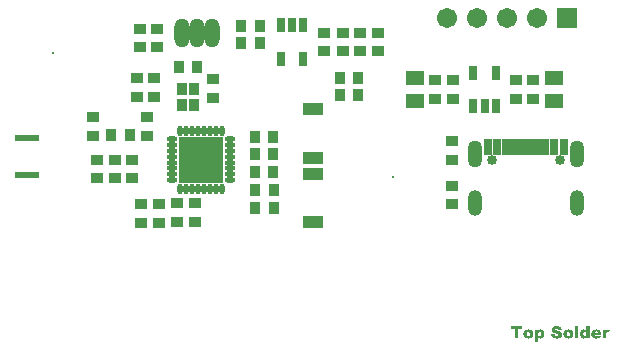
<source format=gbr>
%TF.GenerationSoftware,Altium Limited,Altium Designer,23.11.1 (41)*%
G04 Layer_Color=8388736*
%FSLAX26Y26*%
%MOIN*%
%TF.SameCoordinates,9526E2AF-B100-4743-A6B5-6A4C7E8B4C09*%
%TF.FilePolarity,Negative*%
%TF.FileFunction,Soldermask,Top*%
%TF.Part,Single*%
G01*
G75*
%TA.AperFunction,ComponentPad*%
%ADD39C,0.033591*%
%ADD40O,0.049339X0.090677*%
%ADD41O,0.047370X0.086740*%
%ADD42R,0.067055X0.067055*%
%ADD43C,0.067055*%
%ADD44O,0.051622X0.096976*%
%TA.AperFunction,WasherPad*%
%ADD45C,0.008000*%
%TA.AperFunction,SMDPad,CuDef*%
%ADD53R,0.019811X0.053276*%
%ADD54R,0.031622X0.053276*%
%ADD55R,0.043433X0.035559*%
%ADD56R,0.035559X0.043433*%
%ADD57R,0.031622X0.051307*%
%ADD58R,0.059181X0.047370*%
%ADD59R,0.031622X0.051307*%
%ADD60O,0.037528X0.017843*%
%ADD61O,0.017843X0.037528*%
%ADD62R,0.145795X0.157606*%
%ADD63R,0.070992X0.043433*%
%ADD64R,0.037528X0.041465*%
%ADD65R,0.078866X0.023748*%
%TA.AperFunction,ViaPad*%
%ADD66C,0.035559*%
G36*
X1848714Y-307153D02*
X1849370D01*
X1850091Y-307218D01*
X1850944Y-307350D01*
X1851797Y-307415D01*
X1853699Y-307809D01*
X1855602Y-308334D01*
X1857504Y-308990D01*
X1858357Y-309449D01*
X1859144Y-309974D01*
X1859210D01*
X1859341Y-310105D01*
X1859538Y-310302D01*
X1859800Y-310498D01*
X1860128Y-310826D01*
X1860456Y-311220D01*
X1860850Y-311614D01*
X1861309Y-312138D01*
X1861703Y-312729D01*
X1862096Y-313450D01*
X1862555Y-314172D01*
X1862883Y-314959D01*
X1863277Y-315878D01*
X1863540Y-316862D01*
X1863802Y-317911D01*
X1863999Y-319026D01*
X1852388Y-319682D01*
Y-319551D01*
X1852256Y-319223D01*
X1852125Y-318764D01*
X1851928Y-318174D01*
X1851666Y-317518D01*
X1851338Y-316862D01*
X1850879Y-316271D01*
X1850354Y-315746D01*
X1850288Y-315681D01*
X1850091Y-315550D01*
X1849764Y-315353D01*
X1849304Y-315090D01*
X1848714Y-314894D01*
X1847992Y-314697D01*
X1847205Y-314566D01*
X1846221Y-314500D01*
X1845893D01*
X1845499Y-314566D01*
X1844975Y-314631D01*
X1843925Y-314894D01*
X1843400Y-315090D01*
X1842941Y-315418D01*
X1842876Y-315484D01*
X1842810Y-315550D01*
X1842613Y-315746D01*
X1842416Y-316009D01*
X1842088Y-316730D01*
X1841957Y-317190D01*
X1841891Y-317649D01*
Y-317714D01*
Y-317780D01*
X1842023Y-318239D01*
X1842285Y-318764D01*
X1842482Y-319092D01*
X1842810Y-319354D01*
X1842876Y-319420D01*
X1843007Y-319486D01*
X1843269Y-319617D01*
X1843663Y-319814D01*
X1844188Y-320076D01*
X1844909Y-320338D01*
X1845828Y-320601D01*
X1846943Y-320863D01*
X1847008D01*
X1847271Y-320929D01*
X1847730Y-321060D01*
X1848255Y-321126D01*
X1848911Y-321322D01*
X1849698Y-321519D01*
X1850551Y-321716D01*
X1851469Y-321913D01*
X1853371Y-322503D01*
X1855274Y-323094D01*
X1856192Y-323422D01*
X1857045Y-323750D01*
X1857832Y-324078D01*
X1858554Y-324406D01*
X1858620D01*
X1858685Y-324471D01*
X1858882Y-324602D01*
X1859144Y-324734D01*
X1859735Y-325127D01*
X1860522Y-325586D01*
X1861375Y-326242D01*
X1862227Y-327030D01*
X1863015Y-327882D01*
X1863671Y-328801D01*
X1863736Y-328932D01*
X1863933Y-329260D01*
X1864196Y-329785D01*
X1864524Y-330506D01*
X1864786Y-331425D01*
X1865048Y-332409D01*
X1865245Y-333524D01*
X1865311Y-334705D01*
Y-334770D01*
Y-334902D01*
Y-335098D01*
Y-335361D01*
X1865179Y-336082D01*
X1865048Y-337066D01*
X1864786Y-338116D01*
X1864392Y-339297D01*
X1863868Y-340543D01*
X1863146Y-341790D01*
Y-341855D01*
X1863080Y-341921D01*
X1862752Y-342314D01*
X1862293Y-342905D01*
X1861637Y-343626D01*
X1860784Y-344414D01*
X1859735Y-345201D01*
X1858554Y-345988D01*
X1857176Y-346710D01*
X1857111D01*
X1856979Y-346775D01*
X1856783Y-346841D01*
X1856520Y-346972D01*
X1856127Y-347103D01*
X1855668Y-347234D01*
X1855143Y-347366D01*
X1854552Y-347497D01*
X1853896Y-347694D01*
X1853175Y-347825D01*
X1851535Y-348087D01*
X1849632Y-348284D01*
X1847533Y-348350D01*
X1846549D01*
X1845893Y-348284D01*
X1845040Y-348218D01*
X1844122Y-348153D01*
X1843072Y-348022D01*
X1841957Y-347890D01*
X1839595Y-347431D01*
X1838415Y-347103D01*
X1837234Y-346710D01*
X1836119Y-346250D01*
X1835135Y-345726D01*
X1834151Y-345135D01*
X1833363Y-344479D01*
X1833298Y-344414D01*
X1833167Y-344282D01*
X1832970Y-344086D01*
X1832773Y-343758D01*
X1832445Y-343364D01*
X1832117Y-342905D01*
X1831724Y-342380D01*
X1831330Y-341724D01*
X1830936Y-341068D01*
X1830543Y-340281D01*
X1829821Y-338641D01*
X1829296Y-336673D01*
X1829100Y-335623D01*
X1828968Y-334508D01*
X1840711Y-333721D01*
Y-333852D01*
X1840776Y-334180D01*
X1840908Y-334705D01*
X1841039Y-335361D01*
X1841236Y-336082D01*
X1841498Y-336804D01*
X1841826Y-337460D01*
X1842219Y-338116D01*
X1842285Y-338247D01*
X1842613Y-338510D01*
X1843007Y-338838D01*
X1843663Y-339297D01*
X1844450Y-339756D01*
X1845368Y-340084D01*
X1846484Y-340346D01*
X1847730Y-340478D01*
X1848189D01*
X1848648Y-340412D01*
X1849239Y-340346D01*
X1849895Y-340215D01*
X1850616Y-339953D01*
X1851272Y-339690D01*
X1851863Y-339297D01*
X1851928Y-339231D01*
X1852060Y-339100D01*
X1852322Y-338838D01*
X1852584Y-338444D01*
X1852847Y-338050D01*
X1853109Y-337526D01*
X1853240Y-337001D01*
X1853306Y-336410D01*
Y-336345D01*
Y-336148D01*
X1853240Y-335820D01*
X1853109Y-335492D01*
X1852978Y-335033D01*
X1852716Y-334574D01*
X1852388Y-334114D01*
X1851928Y-333655D01*
X1851863Y-333590D01*
X1851666Y-333458D01*
X1851207Y-333196D01*
X1850616Y-332868D01*
X1849764Y-332540D01*
X1849239Y-332343D01*
X1848648Y-332146D01*
X1847992Y-331950D01*
X1847271Y-331687D01*
X1846484Y-331490D01*
X1845565Y-331294D01*
X1845499D01*
X1845237Y-331228D01*
X1844778Y-331097D01*
X1844253Y-330966D01*
X1843597Y-330769D01*
X1842810Y-330572D01*
X1841957Y-330310D01*
X1841039Y-330047D01*
X1839136Y-329326D01*
X1837234Y-328538D01*
X1836315Y-328079D01*
X1835463Y-327554D01*
X1834676Y-327030D01*
X1833954Y-326505D01*
X1833888Y-326439D01*
X1833823Y-326374D01*
X1833626Y-326177D01*
X1833429Y-325980D01*
X1832839Y-325324D01*
X1832248Y-324406D01*
X1831592Y-323290D01*
X1831002Y-321978D01*
X1830608Y-320470D01*
X1830543Y-319617D01*
X1830477Y-318764D01*
Y-318698D01*
Y-318633D01*
Y-318239D01*
X1830543Y-317649D01*
X1830674Y-316862D01*
X1830936Y-316009D01*
X1831199Y-315025D01*
X1831658Y-314041D01*
X1832248Y-312991D01*
X1832314Y-312860D01*
X1832576Y-312532D01*
X1832970Y-312007D01*
X1833560Y-311417D01*
X1834348Y-310695D01*
X1835266Y-309974D01*
X1836381Y-309318D01*
X1837628Y-308662D01*
X1837693D01*
X1837824Y-308596D01*
X1838021Y-308530D01*
X1838284Y-308399D01*
X1838677Y-308268D01*
X1839071Y-308137D01*
X1839595Y-308006D01*
X1840186Y-307874D01*
X1840908Y-307743D01*
X1841629Y-307612D01*
X1842416Y-307481D01*
X1843335Y-307350D01*
X1844253Y-307218D01*
X1845237Y-307153D01*
X1847467Y-307087D01*
X1848189D01*
X1848714Y-307153D01*
D02*
G37*
G36*
X1957085Y-347694D02*
X1946655D01*
Y-343430D01*
X1946589Y-343561D01*
X1946261Y-343889D01*
X1945868Y-344348D01*
X1945343Y-344938D01*
X1944752Y-345529D01*
X1944031Y-346119D01*
X1943375Y-346710D01*
X1942653Y-347103D01*
X1942522Y-347169D01*
X1942259Y-347300D01*
X1941735Y-347497D01*
X1941079Y-347694D01*
X1940292Y-347956D01*
X1939439Y-348153D01*
X1938389Y-348284D01*
X1937340Y-348350D01*
X1936749D01*
X1936355Y-348284D01*
X1935896Y-348218D01*
X1935306Y-348087D01*
X1933994Y-347759D01*
X1932551Y-347234D01*
X1931764Y-346906D01*
X1931042Y-346447D01*
X1930320Y-345922D01*
X1929599Y-345332D01*
X1928877Y-344676D01*
X1928287Y-343889D01*
Y-343823D01*
X1928156Y-343692D01*
X1928024Y-343430D01*
X1927828Y-343102D01*
X1927565Y-342642D01*
X1927303Y-342118D01*
X1927040Y-341527D01*
X1926778Y-340806D01*
X1926450Y-340084D01*
X1926188Y-339231D01*
X1925925Y-338313D01*
X1925663Y-337329D01*
X1925335Y-335230D01*
X1925269Y-334114D01*
X1925204Y-332934D01*
Y-332868D01*
Y-332606D01*
Y-332278D01*
X1925269Y-331753D01*
X1925335Y-331162D01*
X1925400Y-330441D01*
X1925466Y-329719D01*
X1925663Y-328866D01*
X1926056Y-327095D01*
X1926647Y-325324D01*
X1927040Y-324406D01*
X1927499Y-323553D01*
X1928024Y-322700D01*
X1928615Y-321978D01*
X1928680Y-321913D01*
X1928746Y-321782D01*
X1928943Y-321650D01*
X1929271Y-321388D01*
X1929599Y-321060D01*
X1929992Y-320732D01*
X1930451Y-320404D01*
X1931042Y-320010D01*
X1932288Y-319354D01*
X1933797Y-318698D01*
X1934650Y-318436D01*
X1935503Y-318305D01*
X1936421Y-318174D01*
X1937405Y-318108D01*
X1937864D01*
X1938323Y-318174D01*
X1938979Y-318239D01*
X1939701Y-318305D01*
X1940423Y-318502D01*
X1941275Y-318698D01*
X1942063Y-319026D01*
X1942128Y-319092D01*
X1942456Y-319158D01*
X1942850Y-319420D01*
X1943375Y-319682D01*
X1943965Y-320010D01*
X1944555Y-320470D01*
X1945211Y-320994D01*
X1945868Y-321650D01*
Y-307743D01*
X1957085D01*
Y-347694D01*
D02*
G37*
G36*
X1795250Y-318174D02*
X1795709Y-318239D01*
X1796300Y-318370D01*
X1797611Y-318633D01*
X1799055Y-319223D01*
X1799776Y-319551D01*
X1800498Y-320010D01*
X1801285Y-320470D01*
X1801941Y-321126D01*
X1802663Y-321782D01*
X1803253Y-322569D01*
X1803319Y-322634D01*
X1803384Y-322766D01*
X1803581Y-323028D01*
X1803778Y-323356D01*
X1803975Y-323815D01*
X1804303Y-324340D01*
X1804565Y-324930D01*
X1804893Y-325586D01*
X1805156Y-326374D01*
X1805484Y-327226D01*
X1805746Y-328145D01*
X1805943Y-329129D01*
X1806336Y-331228D01*
X1806402Y-332409D01*
X1806467Y-333590D01*
Y-333655D01*
Y-333918D01*
Y-334311D01*
X1806402Y-334770D01*
X1806336Y-335361D01*
X1806271Y-336082D01*
X1806205Y-336870D01*
X1806008Y-337657D01*
X1805615Y-339428D01*
X1805024Y-341265D01*
X1804631Y-342183D01*
X1804171Y-343036D01*
X1803581Y-343889D01*
X1802991Y-344610D01*
X1802925Y-344676D01*
X1802860Y-344742D01*
X1802663Y-344938D01*
X1802335Y-345201D01*
X1802007Y-345463D01*
X1801613Y-345791D01*
X1801154Y-346119D01*
X1800563Y-346447D01*
X1799317Y-347169D01*
X1797808Y-347759D01*
X1796956Y-348022D01*
X1796103Y-348218D01*
X1795184Y-348284D01*
X1794200Y-348350D01*
X1793741D01*
X1793282Y-348284D01*
X1792691Y-348218D01*
X1791970Y-348153D01*
X1791183Y-347956D01*
X1790330Y-347759D01*
X1789543Y-347497D01*
X1789477Y-347431D01*
X1789215Y-347366D01*
X1788821Y-347103D01*
X1788296Y-346841D01*
X1787706Y-346513D01*
X1787050Y-346054D01*
X1786459Y-345529D01*
X1785803Y-344938D01*
Y-358714D01*
X1774586D01*
Y-318764D01*
X1784951D01*
Y-323094D01*
X1785082Y-322962D01*
X1785344Y-322634D01*
X1785738Y-322175D01*
X1786263Y-321650D01*
X1786853Y-320994D01*
X1787509Y-320404D01*
X1788231Y-319879D01*
X1788887Y-319420D01*
X1789018Y-319354D01*
X1789346Y-319223D01*
X1789805Y-319026D01*
X1790461Y-318764D01*
X1791248Y-318502D01*
X1792167Y-318305D01*
X1793216Y-318174D01*
X1794266Y-318108D01*
X1794856D01*
X1795250Y-318174D01*
D02*
G37*
G36*
X2019536D02*
X2020192Y-318305D01*
X2020979Y-318502D01*
X2021898Y-318764D01*
X2022947Y-319158D01*
X2023997Y-319682D01*
X2020520Y-327554D01*
X2020455Y-327489D01*
X2020192Y-327423D01*
X2019864Y-327292D01*
X2019405Y-327095D01*
X2018421Y-326833D01*
X2017896Y-326767D01*
X2017437Y-326702D01*
X2017109D01*
X2016716Y-326767D01*
X2016191Y-326898D01*
X2015666Y-327161D01*
X2015141Y-327489D01*
X2014551Y-327948D01*
X2014091Y-328538D01*
X2014026Y-328670D01*
X2013960Y-328801D01*
X2013829Y-329063D01*
X2013698Y-329326D01*
X2013567Y-329719D01*
X2013370Y-330178D01*
X2013239Y-330703D01*
X2013108Y-331294D01*
X2012911Y-332015D01*
X2012780Y-332737D01*
X2012648Y-333655D01*
X2012517Y-334574D01*
X2012451Y-335623D01*
X2012386Y-336804D01*
Y-338050D01*
Y-347694D01*
X2001234D01*
Y-318764D01*
X2011599D01*
Y-323487D01*
X2011664Y-323422D01*
X2011861Y-323028D01*
X2012189Y-322503D01*
X2012583Y-321847D01*
X2013042Y-321126D01*
X2013567Y-320470D01*
X2014091Y-319814D01*
X2014682Y-319289D01*
X2014747Y-319223D01*
X2014944Y-319092D01*
X2015338Y-318895D01*
X2015797Y-318698D01*
X2016322Y-318502D01*
X2016978Y-318305D01*
X2017765Y-318174D01*
X2018618Y-318108D01*
X2019077D01*
X2019536Y-318174D01*
D02*
G37*
G36*
X1919562Y-347694D02*
X1908410D01*
Y-307743D01*
X1919562D01*
Y-347694D01*
D02*
G37*
G36*
X1732405Y-317583D02*
X1719810D01*
Y-347694D01*
X1707477D01*
Y-317583D01*
X1694882D01*
Y-307743D01*
X1732405D01*
Y-317583D01*
D02*
G37*
G36*
X1980373Y-318174D02*
X1980964D01*
X1981620Y-318239D01*
X1982341Y-318370D01*
X1983916Y-318567D01*
X1985555Y-318895D01*
X1987130Y-319354D01*
X1988573Y-320010D01*
X1988639D01*
X1988704Y-320076D01*
X1988901Y-320207D01*
X1989164Y-320338D01*
X1989820Y-320798D01*
X1990607Y-321388D01*
X1991525Y-322175D01*
X1992444Y-323159D01*
X1993296Y-324274D01*
X1994083Y-325521D01*
Y-325586D01*
X1994149Y-325652D01*
X1994280Y-325914D01*
X1994411Y-326177D01*
X1994543Y-326505D01*
X1994674Y-326964D01*
X1994871Y-327423D01*
X1995068Y-328014D01*
X1995199Y-328604D01*
X1995396Y-329326D01*
X1995724Y-330900D01*
X1995920Y-332737D01*
X1995986Y-334770D01*
Y-336017D01*
X1973747D01*
Y-336148D01*
X1973813Y-336476D01*
X1973879Y-336935D01*
X1974010Y-337526D01*
X1974207Y-338182D01*
X1974469Y-338838D01*
X1974732Y-339494D01*
X1975125Y-340018D01*
X1975191Y-340084D01*
X1975453Y-340281D01*
X1975781Y-340609D01*
X1976240Y-340937D01*
X1976896Y-341265D01*
X1977618Y-341593D01*
X1978405Y-341790D01*
X1979323Y-341855D01*
X1979586D01*
X1979914Y-341790D01*
X1980307Y-341724D01*
X1980767Y-341658D01*
X1981292Y-341527D01*
X1981882Y-341330D01*
X1982407Y-341068D01*
X1982472D01*
X1982538Y-340937D01*
X1982735Y-340806D01*
X1982997Y-340609D01*
X1983325Y-340412D01*
X1983653Y-340084D01*
X1983981Y-339690D01*
X1984375Y-339231D01*
X1995330Y-340215D01*
Y-340281D01*
X1995199Y-340412D01*
X1995068Y-340609D01*
X1994871Y-340937D01*
X1994346Y-341724D01*
X1993624Y-342642D01*
X1992706Y-343692D01*
X1991656Y-344742D01*
X1990541Y-345726D01*
X1989229Y-346513D01*
X1989164D01*
X1989098Y-346578D01*
X1988835Y-346710D01*
X1988573Y-346775D01*
X1988179Y-346906D01*
X1987786Y-347103D01*
X1987261Y-347234D01*
X1986671Y-347431D01*
X1985949Y-347628D01*
X1985227Y-347759D01*
X1984375Y-347890D01*
X1983456Y-348087D01*
X1982472Y-348153D01*
X1981423Y-348284D01*
X1980307Y-348350D01*
X1978208D01*
X1977684Y-348284D01*
X1977159D01*
X1975847Y-348153D01*
X1974403Y-347956D01*
X1972895Y-347694D01*
X1971386Y-347300D01*
X1970074Y-346775D01*
X1970008D01*
X1969943Y-346710D01*
X1969549Y-346447D01*
X1968893Y-346054D01*
X1968171Y-345529D01*
X1967319Y-344807D01*
X1966400Y-343954D01*
X1965482Y-342905D01*
X1964629Y-341658D01*
Y-341593D01*
X1964563Y-341527D01*
X1964432Y-341330D01*
X1964301Y-341002D01*
X1964104Y-340674D01*
X1963973Y-340281D01*
X1963580Y-339297D01*
X1963120Y-338050D01*
X1962792Y-336673D01*
X1962530Y-335033D01*
X1962464Y-333327D01*
Y-333262D01*
Y-332999D01*
Y-332671D01*
X1962530Y-332212D01*
X1962595Y-331622D01*
X1962727Y-330966D01*
X1962858Y-330178D01*
X1962989Y-329391D01*
X1963514Y-327620D01*
X1963842Y-326702D01*
X1964301Y-325783D01*
X1964760Y-324865D01*
X1965351Y-324012D01*
X1966007Y-323094D01*
X1966794Y-322306D01*
X1966860Y-322241D01*
X1966991Y-322110D01*
X1967253Y-321913D01*
X1967581Y-321650D01*
X1968040Y-321322D01*
X1968565Y-320994D01*
X1969221Y-320601D01*
X1969943Y-320207D01*
X1970730Y-319814D01*
X1971648Y-319420D01*
X1972632Y-319092D01*
X1973682Y-318764D01*
X1974863Y-318502D01*
X1976109Y-318305D01*
X1977421Y-318174D01*
X1978799Y-318108D01*
X1979848D01*
X1980373Y-318174D01*
D02*
G37*
G36*
X1887352D02*
X1888074Y-318239D01*
X1888927Y-318370D01*
X1889845Y-318502D01*
X1890829Y-318764D01*
X1891879Y-319026D01*
X1892994Y-319354D01*
X1894043Y-319748D01*
X1895159Y-320207D01*
X1896208Y-320798D01*
X1897258Y-321519D01*
X1898242Y-322241D01*
X1899095Y-323159D01*
X1899160Y-323225D01*
X1899226Y-323356D01*
X1899423Y-323553D01*
X1899685Y-323881D01*
X1899947Y-324274D01*
X1900210Y-324734D01*
X1900538Y-325324D01*
X1900931Y-325914D01*
X1901259Y-326636D01*
X1901588Y-327423D01*
X1902112Y-329129D01*
X1902572Y-331031D01*
X1902637Y-332081D01*
X1902703Y-333196D01*
Y-333262D01*
Y-333458D01*
Y-333852D01*
X1902637Y-334311D01*
X1902572Y-334836D01*
X1902440Y-335492D01*
X1902309Y-336214D01*
X1902178Y-337066D01*
X1901588Y-338772D01*
X1901259Y-339690D01*
X1900800Y-340609D01*
X1900341Y-341527D01*
X1899685Y-342380D01*
X1899029Y-343233D01*
X1898242Y-344086D01*
X1898176Y-344151D01*
X1898045Y-344282D01*
X1897783Y-344479D01*
X1897455Y-344742D01*
X1896995Y-345070D01*
X1896405Y-345463D01*
X1895749Y-345791D01*
X1895027Y-346185D01*
X1894240Y-346644D01*
X1893256Y-346972D01*
X1892272Y-347366D01*
X1891157Y-347694D01*
X1889976Y-347956D01*
X1888730Y-348153D01*
X1887418Y-348284D01*
X1885975Y-348350D01*
X1885319D01*
X1884794Y-348284D01*
X1884204Y-348218D01*
X1883547Y-348153D01*
X1882760Y-348087D01*
X1881908Y-347890D01*
X1880136Y-347497D01*
X1878234Y-346906D01*
X1877315Y-346513D01*
X1876332Y-345988D01*
X1875479Y-345463D01*
X1874626Y-344873D01*
X1874560Y-344807D01*
X1874429Y-344676D01*
X1874167Y-344414D01*
X1873839Y-344086D01*
X1873380Y-343626D01*
X1872986Y-343102D01*
X1872461Y-342511D01*
X1872002Y-341790D01*
X1871543Y-341002D01*
X1871018Y-340150D01*
X1870624Y-339166D01*
X1870231Y-338116D01*
X1869837Y-337066D01*
X1869575Y-335886D01*
X1869444Y-334639D01*
X1869378Y-333327D01*
Y-333262D01*
Y-333065D01*
Y-332671D01*
X1869444Y-332212D01*
X1869509Y-331687D01*
X1869640Y-331031D01*
X1869772Y-330244D01*
X1869968Y-329457D01*
X1870493Y-327751D01*
X1870821Y-326833D01*
X1871280Y-325914D01*
X1871805Y-324996D01*
X1872396Y-324143D01*
X1873052Y-323290D01*
X1873839Y-322438D01*
X1873904Y-322372D01*
X1874035Y-322241D01*
X1874298Y-322044D01*
X1874626Y-321782D01*
X1875085Y-321454D01*
X1875676Y-321060D01*
X1876266Y-320666D01*
X1877053Y-320273D01*
X1877840Y-319879D01*
X1878759Y-319486D01*
X1879743Y-319092D01*
X1880792Y-318764D01*
X1881973Y-318502D01*
X1883219Y-318305D01*
X1884532Y-318174D01*
X1885909Y-318108D01*
X1886762D01*
X1887352Y-318174D01*
D02*
G37*
G36*
X1753856D02*
X1754578Y-318239D01*
X1755431Y-318370D01*
X1756349Y-318502D01*
X1757333Y-318764D01*
X1758383Y-319026D01*
X1759498Y-319354D01*
X1760547Y-319748D01*
X1761663Y-320207D01*
X1762712Y-320798D01*
X1763762Y-321519D01*
X1764746Y-322241D01*
X1765599Y-323159D01*
X1765664Y-323225D01*
X1765730Y-323356D01*
X1765927Y-323553D01*
X1766189Y-323881D01*
X1766451Y-324274D01*
X1766714Y-324734D01*
X1767042Y-325324D01*
X1767436Y-325914D01*
X1767764Y-326636D01*
X1768091Y-327423D01*
X1768616Y-329129D01*
X1769075Y-331031D01*
X1769141Y-332081D01*
X1769207Y-333196D01*
Y-333262D01*
Y-333458D01*
Y-333852D01*
X1769141Y-334311D01*
X1769075Y-334836D01*
X1768944Y-335492D01*
X1768813Y-336214D01*
X1768682Y-337066D01*
X1768091Y-338772D01*
X1767764Y-339690D01*
X1767304Y-340609D01*
X1766845Y-341527D01*
X1766189Y-342380D01*
X1765533Y-343233D01*
X1764746Y-344086D01*
X1764680Y-344151D01*
X1764549Y-344282D01*
X1764287Y-344479D01*
X1763959Y-344742D01*
X1763499Y-345070D01*
X1762909Y-345463D01*
X1762253Y-345791D01*
X1761532Y-346185D01*
X1760744Y-346644D01*
X1759760Y-346972D01*
X1758776Y-347366D01*
X1757661Y-347694D01*
X1756480Y-347956D01*
X1755234Y-348153D01*
X1753922Y-348284D01*
X1752479Y-348350D01*
X1751823D01*
X1751298Y-348284D01*
X1750707Y-348218D01*
X1750052Y-348153D01*
X1749264Y-348087D01*
X1748411Y-347890D01*
X1746640Y-347497D01*
X1744738Y-346906D01*
X1743820Y-346513D01*
X1742835Y-345988D01*
X1741983Y-345463D01*
X1741130Y-344873D01*
X1741064Y-344807D01*
X1740933Y-344676D01*
X1740671Y-344414D01*
X1740343Y-344086D01*
X1739883Y-343626D01*
X1739490Y-343102D01*
X1738965Y-342511D01*
X1738506Y-341790D01*
X1738047Y-341002D01*
X1737522Y-340150D01*
X1737128Y-339166D01*
X1736735Y-338116D01*
X1736341Y-337066D01*
X1736079Y-335886D01*
X1735947Y-334639D01*
X1735882Y-333327D01*
Y-333262D01*
Y-333065D01*
Y-332671D01*
X1735947Y-332212D01*
X1736013Y-331687D01*
X1736144Y-331031D01*
X1736275Y-330244D01*
X1736472Y-329457D01*
X1736997Y-327751D01*
X1737325Y-326833D01*
X1737784Y-325914D01*
X1738309Y-324996D01*
X1738899Y-324143D01*
X1739555Y-323290D01*
X1740343Y-322438D01*
X1740408Y-322372D01*
X1740540Y-322241D01*
X1740802Y-322044D01*
X1741130Y-321782D01*
X1741589Y-321454D01*
X1742179Y-321060D01*
X1742770Y-320666D01*
X1743557Y-320273D01*
X1744344Y-319879D01*
X1745263Y-319486D01*
X1746247Y-319092D01*
X1747296Y-318764D01*
X1748477Y-318502D01*
X1749724Y-318305D01*
X1751035Y-318174D01*
X1752413Y-318108D01*
X1753266D01*
X1753856Y-318174D01*
D02*
G37*
%LPC*%
G36*
X1940816Y-326374D02*
X1940488D01*
X1940095Y-326439D01*
X1939701Y-326570D01*
X1939176Y-326767D01*
X1938586Y-327095D01*
X1938061Y-327489D01*
X1937536Y-328014D01*
X1937471Y-328079D01*
X1937340Y-328342D01*
X1937143Y-328735D01*
X1936946Y-329326D01*
X1936684Y-330047D01*
X1936487Y-330966D01*
X1936355Y-332081D01*
X1936290Y-333393D01*
Y-333458D01*
Y-333524D01*
Y-333721D01*
Y-333983D01*
X1936355Y-334574D01*
X1936487Y-335361D01*
X1936618Y-336214D01*
X1936815Y-337066D01*
X1937143Y-337854D01*
X1937602Y-338575D01*
X1937668Y-338641D01*
X1937864Y-338838D01*
X1938127Y-339100D01*
X1938520Y-339362D01*
X1939045Y-339690D01*
X1939570Y-339953D01*
X1940226Y-340150D01*
X1940947Y-340215D01*
X1941275D01*
X1941669Y-340150D01*
X1942194Y-340018D01*
X1942719Y-339822D01*
X1943309Y-339494D01*
X1943899Y-339100D01*
X1944490Y-338575D01*
X1944555Y-338510D01*
X1944687Y-338247D01*
X1944949Y-337854D01*
X1945211Y-337263D01*
X1945474Y-336542D01*
X1945736Y-335623D01*
X1945868Y-334508D01*
X1945933Y-333196D01*
Y-333130D01*
Y-333065D01*
Y-332606D01*
X1945868Y-332015D01*
X1945736Y-331294D01*
X1945605Y-330441D01*
X1945343Y-329588D01*
X1944949Y-328801D01*
X1944490Y-328079D01*
X1944424Y-328014D01*
X1944227Y-327817D01*
X1943899Y-327554D01*
X1943506Y-327226D01*
X1942981Y-326898D01*
X1942325Y-326636D01*
X1941603Y-326439D01*
X1940816Y-326374D01*
D02*
G37*
G36*
X1790658Y-326242D02*
X1790330D01*
X1789936Y-326308D01*
X1789411Y-326439D01*
X1788887Y-326636D01*
X1788296Y-326964D01*
X1787706Y-327358D01*
X1787116Y-327948D01*
X1787050Y-328014D01*
X1786919Y-328276D01*
X1786656Y-328670D01*
X1786394Y-329260D01*
X1786131Y-329982D01*
X1785869Y-330900D01*
X1785738Y-332015D01*
X1785672Y-333327D01*
Y-333393D01*
Y-333458D01*
Y-333655D01*
Y-333918D01*
X1785738Y-334508D01*
X1785869Y-335295D01*
X1786000Y-336082D01*
X1786263Y-336935D01*
X1786656Y-337722D01*
X1787116Y-338444D01*
X1787181Y-338510D01*
X1787378Y-338706D01*
X1787706Y-338969D01*
X1788100Y-339231D01*
X1788624Y-339559D01*
X1789280Y-339822D01*
X1790002Y-340018D01*
X1790789Y-340084D01*
X1791117D01*
X1791511Y-340018D01*
X1791970Y-339887D01*
X1792429Y-339690D01*
X1793020Y-339428D01*
X1793544Y-339034D01*
X1794069Y-338510D01*
X1794135Y-338444D01*
X1794266Y-338182D01*
X1794463Y-337788D01*
X1794725Y-337263D01*
X1794987Y-336476D01*
X1795184Y-335558D01*
X1795315Y-334442D01*
X1795381Y-333130D01*
Y-333065D01*
Y-332999D01*
Y-332802D01*
Y-332540D01*
X1795315Y-331950D01*
X1795184Y-331162D01*
X1795053Y-330310D01*
X1794791Y-329457D01*
X1794463Y-328670D01*
X1794004Y-327948D01*
X1793938Y-327882D01*
X1793741Y-327686D01*
X1793479Y-327423D01*
X1793085Y-327095D01*
X1792560Y-326767D01*
X1792035Y-326505D01*
X1791380Y-326308D01*
X1790658Y-326242D01*
D02*
G37*
G36*
X1979258Y-324668D02*
X1978799D01*
X1978340Y-324799D01*
X1977749Y-324930D01*
X1977093Y-325193D01*
X1976371Y-325586D01*
X1975650Y-326111D01*
X1974994Y-326833D01*
X1974928Y-326898D01*
X1974863Y-327095D01*
X1974666Y-327358D01*
X1974469Y-327817D01*
X1974272Y-328342D01*
X1974075Y-328998D01*
X1973879Y-329785D01*
X1973747Y-330703D01*
X1984703D01*
Y-330638D01*
Y-330572D01*
X1984637Y-330178D01*
X1984506Y-329588D01*
X1984375Y-328932D01*
X1984112Y-328145D01*
X1983850Y-327423D01*
X1983456Y-326702D01*
X1982931Y-326111D01*
X1982866Y-326046D01*
X1982669Y-325914D01*
X1982407Y-325652D01*
X1981947Y-325390D01*
X1981423Y-325127D01*
X1980832Y-324865D01*
X1980045Y-324734D01*
X1979258Y-324668D01*
D02*
G37*
G36*
X1886106Y-325718D02*
X1885712D01*
X1885253Y-325783D01*
X1884728Y-325980D01*
X1884072Y-326177D01*
X1883416Y-326505D01*
X1882760Y-326964D01*
X1882104Y-327620D01*
X1882039Y-327686D01*
X1881842Y-327948D01*
X1881580Y-328407D01*
X1881317Y-329063D01*
X1881055Y-329850D01*
X1880792Y-330834D01*
X1880595Y-332015D01*
X1880530Y-333327D01*
Y-333393D01*
Y-333524D01*
Y-333721D01*
Y-333983D01*
X1880595Y-334639D01*
X1880727Y-335492D01*
X1880924Y-336410D01*
X1881186Y-337394D01*
X1881514Y-338247D01*
X1882039Y-339034D01*
X1882104Y-339100D01*
X1882301Y-339297D01*
X1882695Y-339625D01*
X1883154Y-339953D01*
X1883679Y-340281D01*
X1884400Y-340609D01*
X1885188Y-340806D01*
X1886040Y-340871D01*
X1886434D01*
X1886893Y-340806D01*
X1887418Y-340674D01*
X1888074Y-340412D01*
X1888730Y-340150D01*
X1889386Y-339690D01*
X1889976Y-339100D01*
X1890042Y-339034D01*
X1890239Y-338772D01*
X1890501Y-338313D01*
X1890764Y-337657D01*
X1891026Y-336870D01*
X1891288Y-335820D01*
X1891485Y-334639D01*
X1891551Y-333196D01*
Y-333130D01*
Y-332999D01*
Y-332868D01*
Y-332606D01*
X1891485Y-331884D01*
X1891354Y-331097D01*
X1891157Y-330178D01*
X1890895Y-329260D01*
X1890501Y-328407D01*
X1889976Y-327620D01*
X1889911Y-327554D01*
X1889714Y-327292D01*
X1889386Y-327030D01*
X1888927Y-326636D01*
X1888336Y-326308D01*
X1887680Y-325980D01*
X1886959Y-325783D01*
X1886106Y-325718D01*
D02*
G37*
G36*
X1752610D02*
X1752216D01*
X1751757Y-325783D01*
X1751232Y-325980D01*
X1750576Y-326177D01*
X1749920Y-326505D01*
X1749264Y-326964D01*
X1748608Y-327620D01*
X1748543Y-327686D01*
X1748346Y-327948D01*
X1748083Y-328407D01*
X1747821Y-329063D01*
X1747559Y-329850D01*
X1747296Y-330834D01*
X1747100Y-332015D01*
X1747034Y-333327D01*
Y-333393D01*
Y-333524D01*
Y-333721D01*
Y-333983D01*
X1747100Y-334639D01*
X1747231Y-335492D01*
X1747428Y-336410D01*
X1747690Y-337394D01*
X1748018Y-338247D01*
X1748543Y-339034D01*
X1748608Y-339100D01*
X1748805Y-339297D01*
X1749199Y-339625D01*
X1749658Y-339953D01*
X1750183Y-340281D01*
X1750904Y-340609D01*
X1751691Y-340806D01*
X1752544Y-340871D01*
X1752938D01*
X1753397Y-340806D01*
X1753922Y-340674D01*
X1754578Y-340412D01*
X1755234Y-340150D01*
X1755890Y-339690D01*
X1756480Y-339100D01*
X1756546Y-339034D01*
X1756743Y-338772D01*
X1757005Y-338313D01*
X1757267Y-337657D01*
X1757530Y-336870D01*
X1757792Y-335820D01*
X1757989Y-334639D01*
X1758055Y-333196D01*
Y-333130D01*
Y-332999D01*
Y-332868D01*
Y-332606D01*
X1757989Y-331884D01*
X1757858Y-331097D01*
X1757661Y-330178D01*
X1757399Y-329260D01*
X1757005Y-328407D01*
X1756480Y-327620D01*
X1756415Y-327554D01*
X1756218Y-327292D01*
X1755890Y-327030D01*
X1755431Y-326636D01*
X1754840Y-326308D01*
X1754184Y-325980D01*
X1753463Y-325783D01*
X1752610Y-325718D01*
D02*
G37*
%LPD*%
D39*
X1630315Y247244D02*
D03*
X1857874D02*
D03*
D40*
X1914173Y266929D02*
D03*
X1574016D02*
D03*
D41*
X1914173Y102362D02*
D03*
X1574016D02*
D03*
D42*
X1881102Y720472D02*
D03*
D43*
X1781102D02*
D03*
X1681102D02*
D03*
X1581102D02*
D03*
X1481102D02*
D03*
D44*
X600000Y669680D02*
D03*
X700000D02*
D03*
X650000D02*
D03*
D45*
X1303150Y188976D02*
D03*
X169291Y602362D02*
D03*
D53*
X1675197Y289567D02*
D03*
X1694882D02*
D03*
X1714567D02*
D03*
X1812992D02*
D03*
X1793307D02*
D03*
X1773622D02*
D03*
X1734252D02*
D03*
X1753937D02*
D03*
D54*
X1838583D02*
D03*
X1649606D02*
D03*
X1870079D02*
D03*
X1618110D02*
D03*
D55*
X1133858Y608662D02*
D03*
Y670866D02*
D03*
X456693Y622441D02*
D03*
Y684646D02*
D03*
X303150Y389370D02*
D03*
Y327165D02*
D03*
X480315Y389370D02*
D03*
Y327165D02*
D03*
X582677Y39764D02*
D03*
Y101969D02*
D03*
X521654Y100000D02*
D03*
Y37795D02*
D03*
X462598Y100000D02*
D03*
Y37795D02*
D03*
X641732Y101969D02*
D03*
Y39764D02*
D03*
X1442913Y451181D02*
D03*
Y513386D02*
D03*
X1501968Y451181D02*
D03*
Y513386D02*
D03*
X1769685Y513386D02*
D03*
Y451181D02*
D03*
X1710630Y513386D02*
D03*
Y451181D02*
D03*
X433071Y185433D02*
D03*
Y247638D02*
D03*
X314961Y185433D02*
D03*
Y247638D02*
D03*
X374016Y185433D02*
D03*
Y247638D02*
D03*
X1251968Y670866D02*
D03*
Y608662D02*
D03*
X1192913Y670866D02*
D03*
Y608662D02*
D03*
X1072835Y608662D02*
D03*
Y670866D02*
D03*
X515748Y684646D02*
D03*
Y622441D02*
D03*
X700787Y453150D02*
D03*
Y515354D02*
D03*
X446851Y519291D02*
D03*
Y457087D02*
D03*
X505906D02*
D03*
Y519291D02*
D03*
X1500000Y161024D02*
D03*
Y98819D02*
D03*
Y248425D02*
D03*
Y310630D02*
D03*
D56*
X362599Y331102D02*
D03*
X424803D02*
D03*
X905118Y86614D02*
D03*
X842913D02*
D03*
X795669Y694882D02*
D03*
X857874D02*
D03*
X795669Y635827D02*
D03*
X857874D02*
D03*
X1124409Y521653D02*
D03*
X1186614D02*
D03*
Y462598D02*
D03*
X1124409D02*
D03*
X903149Y206693D02*
D03*
X840945D02*
D03*
X842913Y145669D02*
D03*
X905118D02*
D03*
X840945Y324803D02*
D03*
X903149D02*
D03*
X840945Y265748D02*
D03*
X903149D02*
D03*
X649213Y555118D02*
D03*
X587008D02*
D03*
D57*
X1001968Y695866D02*
D03*
X964567D02*
D03*
X927165D02*
D03*
Y583662D02*
D03*
X1001968D02*
D03*
D58*
X1374016Y442126D02*
D03*
Y518504D02*
D03*
X1838582Y444095D02*
D03*
Y520473D02*
D03*
D59*
X1644102Y537402D02*
D03*
Y427166D02*
D03*
X1606701D02*
D03*
X1569299Y537402D02*
D03*
Y427166D02*
D03*
D60*
X564961Y316929D02*
D03*
Y297244D02*
D03*
Y277559D02*
D03*
Y257874D02*
D03*
Y238189D02*
D03*
Y218504D02*
D03*
Y198819D02*
D03*
Y179134D02*
D03*
X757874D02*
D03*
Y198819D02*
D03*
Y218504D02*
D03*
Y238189D02*
D03*
Y257874D02*
D03*
Y277559D02*
D03*
Y297244D02*
D03*
Y316929D02*
D03*
D61*
X592520Y151575D02*
D03*
X612205D02*
D03*
X631890D02*
D03*
X651575D02*
D03*
X671260D02*
D03*
X690945D02*
D03*
X710630D02*
D03*
X730315D02*
D03*
Y344488D02*
D03*
X710630D02*
D03*
X690945D02*
D03*
X671260D02*
D03*
X651575D02*
D03*
X631890D02*
D03*
X612205D02*
D03*
X592520D02*
D03*
D62*
X661417Y248031D02*
D03*
D63*
X1035433Y39370D02*
D03*
Y200787D02*
D03*
Y253937D02*
D03*
Y415354D02*
D03*
D64*
X597441Y430118D02*
D03*
X638779D02*
D03*
X597441Y483268D02*
D03*
X638779D02*
D03*
D65*
X80709Y196850D02*
D03*
Y318898D02*
D03*
D66*
X618110Y291339D02*
D03*
X661417D02*
D03*
X704724D02*
D03*
X618110Y248031D02*
D03*
X661417D02*
D03*
X704724D02*
D03*
X618110Y204724D02*
D03*
X661417D02*
D03*
X704724D02*
D03*
%TF.MD5,b2e6e2b9ce960bbe691e0cac3675bb80*%
M02*

</source>
